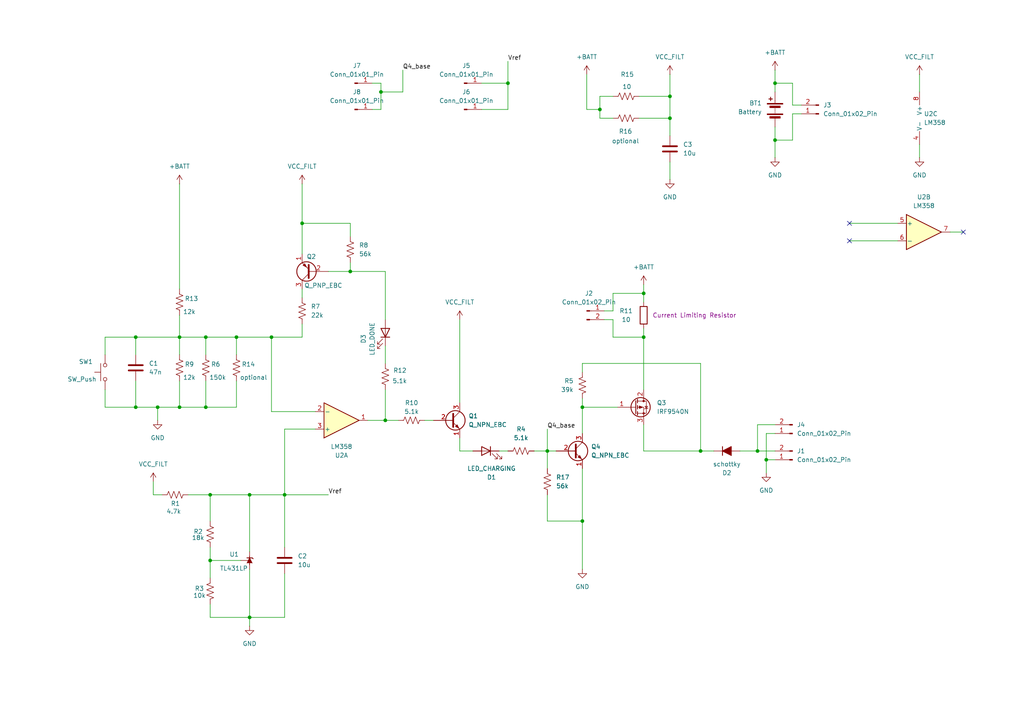
<source format=kicad_sch>
(kicad_sch (version 20231120) (generator "eeschema") (generator_version "8.0")
  (paper "A4")
  (lib_symbols
    (symbol "Amplifier_Operational:LM358" (pin_names (offset 0.127))
      (property "Reference" "U" (at 0 5.08 0))
      (property "Value" "LM358" (at 0 -5.08 0))
      (symbol "LM358_1_1"
        (polyline (pts (xy -5.08 5.08) (xy 5.08 0) (xy -5.08 -5.08) (xy -5.08 5.08)) (stroke (width 0.254)) (fill (type background)))
        (pin output line (at 7.62 0 180) (length 2.54) (name "~") (number "1"))
        (pin input line (at -7.62 -2.54 0) (length 2.54) (name "-") (number "2"))
        (pin input line (at -7.62 2.54 0) (length 2.54) (name "+") (number "3"))
      )
      (symbol "LM358_2_1"
        (polyline (pts (xy -5.08 5.08) (xy 5.08 0) (xy -5.08 -5.08) (xy -5.08 5.08)) (stroke (width 0.254)) (fill (type background)))
        (pin input line (at -7.62 2.54 0) (length 2.54) (name "+") (number "5"))
        (pin input line (at -7.62 -2.54 0) (length 2.54) (name "-") (number "6"))
        (pin output line (at 7.62 0 180) (length 2.54) (name "~") (number "7"))
      )
      (symbol "LM358_3_1"
        (pin power_in line (at -2.54 -7.62 90) (length 3.81) (name "V-") (number "4"))
        (pin power_in line (at -2.54 7.62 270) (length 3.81) (name "V+") (number "8"))
      )
    )
    (symbol "Connector:Conn_01x01_Pin" (pin_names (offset 1.016) hide)
      (property "Reference" "J" (at 0 2.54 0))
      (property "Value" "Conn_01x01_Pin" (at 0 -2.54 0))
      (symbol "Conn_01x01_Pin_1_1"
        (polyline (pts (xy 1.27 0) (xy 0.8636 0)) (stroke (width 0.1524)))
        (rectangle (start 0.8636 0.127) (end 0 -0.127) (stroke (width 0.1524)) (fill (type outline)))
        (pin passive line (at 5.08 0 180) (length 3.81) (name "Pin_1") (number "1"))
      )
    )
    (symbol "Connector:Conn_01x02_Pin" (pin_names (offset 1.016) hide)
      (property "Reference" "J" (at 0 2.54 0))
      (property "Value" "Conn_01x02_Pin" (at 0 -5.08 0))
      (symbol "Conn_01x02_Pin_1_1"
        (polyline (pts (xy 1.27 -2.54) (xy 0.8636 -2.54)) (stroke (width 0.1524)))
        (polyline (pts (xy 1.27 0) (xy 0.8636 0)) (stroke (width 0.1524)))
        (rectangle (start 0.8636 -2.413) (end 0 -2.667) (stroke (width 0.1524)) (fill (type outline)))
        (rectangle (start 0.8636 0.127) (end 0 -0.127) (stroke (width 0.1524)) (fill (type outline)))
        (pin passive line (at 5.08 0 180) (length 3.81) (name "Pin_1") (number "1"))
        (pin passive line (at 5.08 -2.54 180) (length 3.81) (name "Pin_2") (number "2"))
      )
    )
    (symbol "Device:Battery" (pin_numbers hide) (pin_names (offset 0) hide)
      (property "Reference" "BT" (at 2.54 2.54 0))
      (property "Value" "Battery" (at 2.54 0 0))
      (symbol "Battery_0_1"
        (rectangle (start -2.286 -1.27) (end 2.286 -1.524) (fill (type outline)))
        (rectangle (start -2.286 1.778) (end 2.286 1.524) (fill (type outline)))
        (rectangle (start -1.524 -2.032) (end 1.524 -2.54) (fill (type outline)))
        (rectangle (start -1.524 1.016) (end 1.524 0.508) (fill (type outline)))
        (polyline (pts (xy 0 -1.016) (xy 0 -0.762)))
        (polyline (pts (xy 0 -0.508) (xy 0 -0.254)))
        (polyline (pts (xy 0 0) (xy 0 0.254)))
        (polyline (pts (xy 0 1.778) (xy 0 2.54)))
        (polyline (pts (xy 0.762 3.048) (xy 1.778 3.048)) (stroke (width 0.254)))
        (polyline (pts (xy 1.27 3.556) (xy 1.27 2.54)) (stroke (width 0.254)))
      )
      (symbol "Battery_1_1"
        (pin passive line (at 0 5.08 270) (length 2.54) (name "+") (number "1"))
        (pin passive line (at 0 -5.08 90) (length 2.54) (name "-") (number "2"))
      )
    )
    (symbol "Device:C" (pin_numbers hide) (pin_names (offset 0.254))
      (property "Reference" "C" (at 0.635 2.54 0))
      (property "Value" "C" (at 0.635 -2.54 0))
      (symbol "C_0_1"
        (polyline (pts (xy -2.032 -0.762) (xy 2.032 -0.762)) (stroke (width 0.508)))
        (polyline (pts (xy -2.032 0.762) (xy 2.032 0.762)) (stroke (width 0.508)))
      )
      (symbol "C_1_1"
        (pin passive line (at 0 3.81 270) (length 2.794) (name "~") (number "1"))
        (pin passive line (at 0 -3.81 90) (length 2.794) (name "~") (number "2"))
      )
    )
    (symbol "Device:D_Filled" (pin_numbers hide) (pin_names (offset 1.016) hide)
      (property "Reference" "D" (at 0 2.54 0))
      (property "Value" "D_Filled" (at 0 -2.54 0))
      (symbol "D_Filled_0_1"
        (polyline (pts (xy -1.27 1.27) (xy -1.27 -1.27)) (stroke (width 0.254)))
        (polyline (pts (xy 1.27 0) (xy -1.27 0)))
        (polyline (pts (xy 1.27 1.27) (xy 1.27 -1.27) (xy -1.27 0) (xy 1.27 1.27)) (stroke (width 0.254)) (fill (type outline)))
      )
      (symbol "D_Filled_1_1"
        (pin passive line (at -3.81 0 0) (length 2.54) (name "K") (number "1"))
        (pin passive line (at 3.81 0 180) (length 2.54) (name "A") (number "2"))
      )
    )
    (symbol "Device:LED" (pin_numbers hide) (pin_names (offset 1.016) hide)
      (property "Reference" "D" (at 0 2.54 0))
      (property "Value" "LED" (at 0 -2.54 0))
      (symbol "LED_0_1"
        (polyline (pts (xy -1.27 -1.27) (xy -1.27 1.27)) (stroke (width 0.254)))
        (polyline (pts (xy -1.27 0) (xy 1.27 0)))
        (polyline (pts (xy 1.27 -1.27) (xy 1.27 1.27) (xy -1.27 0) (xy 1.27 -1.27)) (stroke (width 0.254)))
        (polyline (pts (xy -3.048 -0.762) (xy -4.572 -2.286) (xy -3.81 -2.286) (xy -4.572 -2.286) (xy -4.572 -1.524)))
        (polyline (pts (xy -1.778 -0.762) (xy -3.302 -2.286) (xy -2.54 -2.286) (xy -3.302 -2.286) (xy -3.302 -1.524)))
      )
      (symbol "LED_1_1"
        (pin passive line (at -3.81 0 0) (length 2.54) (name "K") (number "1"))
        (pin passive line (at 3.81 0 180) (length 2.54) (name "A") (number "2"))
      )
    )
    (symbol "Device:Q_NPN_EBC" (pin_names (offset 0) hide)
      (property "Reference" "Q" (at 5.08 1.27 0))
      (property "Value" "Q_NPN_EBC" (at 5.08 -1.27 0))
      (symbol "Q_NPN_EBC_0_1"
        (polyline (pts (xy 0.635 0.635) (xy 2.54 2.54)))
        (polyline (pts (xy 0.635 -0.635) (xy 2.54 -2.54) (xy 2.54 -2.54)))
        (polyline (pts (xy 0.635 1.905) (xy 0.635 -1.905) (xy 0.635 -1.905)) (stroke (width 0.508)))
        (polyline (pts (xy 1.27 -1.778) (xy 1.778 -1.27) (xy 2.286 -2.286) (xy 1.27 -1.778) (xy 1.27 -1.778)) (fill (type outline)))
        (circle (center 1.27 0) (radius 2.8194) (stroke (width 0.254)))
      )
      (symbol "Q_NPN_EBC_1_1"
        (pin passive line (at 2.54 -5.08 90) (length 2.54) (name "E") (number "1"))
        (pin passive line (at -5.08 0 0) (length 5.715) (name "B") (number "2"))
        (pin passive line (at 2.54 5.08 270) (length 2.54) (name "C") (number "3"))
      )
    )
    (symbol "Device:Q_PNP_EBC" (pin_names (offset 0) hide)
      (property "Reference" "Q" (at 5.08 1.27 0))
      (property "Value" "Q_PNP_EBC" (at 5.08 -1.27 0))
      (symbol "Q_PNP_EBC_0_1"
        (polyline (pts (xy 0.635 0.635) (xy 2.54 2.54)))
        (polyline (pts (xy 0.635 -0.635) (xy 2.54 -2.54) (xy 2.54 -2.54)))
        (polyline (pts (xy 0.635 1.905) (xy 0.635 -1.905) (xy 0.635 -1.905)) (stroke (width 0.508)))
        (polyline (pts (xy 2.286 -1.778) (xy 1.778 -2.286) (xy 1.27 -1.27) (xy 2.286 -1.778) (xy 2.286 -1.778)) (fill (type outline)))
        (circle (center 1.27 0) (radius 2.8194) (stroke (width 0.254)))
      )
      (symbol "Q_PNP_EBC_1_1"
        (pin passive line (at 2.54 -5.08 90) (length 2.54) (name "E") (number "1"))
        (pin input line (at -5.08 0 0) (length 5.715) (name "B") (number "2"))
        (pin passive line (at 2.54 5.08 270) (length 2.54) (name "C") (number "3"))
      )
    )
    (symbol "Device:R" (pin_numbers hide) (pin_names (offset 0))
      (property "Reference" "R" (at 2.032 0 90))
      (property "Value" "R" (at 0 0 90))
      (symbol "R_0_1"
        (rectangle (start -1.016 -2.54) (end 1.016 2.54) (stroke (width 0.254)))
      )
      (symbol "R_1_1"
        (pin passive line (at 0 3.81 270) (length 1.27) (name "~") (number "1"))
        (pin passive line (at 0 -3.81 90) (length 1.27) (name "~") (number "2"))
      )
    )
    (symbol "Device:R_US" (pin_numbers hide) (pin_names (offset 0))
      (property "Reference" "R" (at 2.54 0 90))
      (property "Value" "R_US" (at -2.54 0 90))
      (symbol "R_US_0_1"
        (polyline (pts (xy 0 -2.286) (xy 0 -2.54)))
        (polyline (pts (xy 0 2.286) (xy 0 2.54)))
        (polyline (pts (xy 0 -0.762) (xy 1.016 -1.143) (xy 0 -1.524) (xy -1.016 -1.905) (xy 0 -2.286)))
        (polyline (pts (xy 0 0.762) (xy 1.016 0.381) (xy 0 0) (xy -1.016 -0.381) (xy 0 -0.762)))
        (polyline (pts (xy 0 2.286) (xy 1.016 1.905) (xy 0 1.524) (xy -1.016 1.143) (xy 0 0.762)))
      )
      (symbol "R_US_1_1"
        (pin passive line (at 0 3.81 270) (length 1.27) (name "~") (number "1"))
        (pin passive line (at 0 -3.81 90) (length 1.27) (name "~") (number "2"))
      )
    )
    (symbol "Reference_Voltage:TL431LP" (pin_numbers hide) (pin_names hide)
      (property "Reference" "U" (at -2.54 2.54 0))
      (property "Value" "TL431LP" (at 0 -2.54 0))
      (symbol "TL431LP_0_1"
        (polyline (pts (xy -1.27 0) (xy 0 0) (xy 1.27 0)))
        (polyline (pts (xy -0.762 0.762) (xy 0.762 0) (xy -0.762 -0.762)) (fill (type outline)))
        (polyline (pts (xy 0.508 -1.016) (xy 0.762 -0.762) (xy 0.762 0.762) (xy 0.762 0.762)) (stroke (width 0.254)))
      )
      (symbol "TL431LP_1_1"
        (pin passive line (at 0 2.54 270) (length 2.54) (name "REF") (number "1"))
        (pin passive line (at -2.54 0 0) (length 2.54) (name "A") (number "2"))
        (pin passive line (at 2.54 0 180) (length 2.54) (name "K") (number "3"))
      )
    )
    (symbol "Switch:SW_Push" (pin_numbers hide) (pin_names (offset 1.016) hide)
      (property "Reference" "SW" (at 1.27 2.54 0))
      (property "Value" "SW_Push" (at 0 -1.524 0))
      (symbol "SW_Push_0_1"
        (circle (center -2.032 0) (radius 0.508))
        (polyline (pts (xy 0 1.27) (xy 0 3.048)))
        (polyline (pts (xy 2.54 1.27) (xy -2.54 1.27)))
        (circle (center 2.032 0) (radius 0.508))
        (pin passive line (at -5.08 0 0) (length 2.54) (name "1") (number "1"))
        (pin passive line (at 5.08 0 180) (length 2.54) (name "2") (number "2"))
      )
    )
    (symbol "Transistor_FET:IRF9540N" (pin_names hide)
      (property "Reference" "Q" (at 5.08 1.905 0))
      (property "Value" "IRF9540N" (at 5.08 0 0))
      (symbol "IRF9540N_0_1"
        (polyline (pts (xy 0.254 0) (xy -2.54 0)))
        (polyline (pts (xy 0.254 1.905) (xy 0.254 -1.905)) (stroke (width 0.254)))
        (polyline (pts (xy 0.762 -1.27) (xy 0.762 -2.286)) (stroke (width 0.254)))
        (polyline (pts (xy 0.762 0.508) (xy 0.762 -0.508)) (stroke (width 0.254)))
        (polyline (pts (xy 0.762 2.286) (xy 0.762 1.27)) (stroke (width 0.254)))
        (polyline (pts (xy 2.54 2.54) (xy 2.54 1.778)))
        (polyline (pts (xy 2.54 -2.54) (xy 2.54 0) (xy 0.762 0)))
        (polyline (pts (xy 0.762 1.778) (xy 3.302 1.778) (xy 3.302 -1.778) (xy 0.762 -1.778)))
        (polyline (pts (xy 2.286 0) (xy 1.27 0.381) (xy 1.27 -0.381) (xy 2.286 0)) (fill (type outline)))
        (polyline (pts (xy 2.794 -0.508) (xy 2.921 -0.381) (xy 3.683 -0.381) (xy 3.81 -0.254)))
        (polyline (pts (xy 3.302 -0.381) (xy 2.921 0.254) (xy 3.683 0.254) (xy 3.302 -0.381)))
        (circle (center 1.651 0) (radius 2.794) (stroke (width 0.254)))
        (circle (center 2.54 -1.778) (radius 0.254) (fill (type outline)))
        (circle (center 2.54 1.778) (radius 0.254) (fill (type outline)))
      )
      (symbol "IRF9540N_1_1"
        (pin input line (at -5.08 0 0) (length 2.54) (name "G") (number "1"))
        (pin passive line (at 2.54 5.08 270) (length 2.54) (name "D") (number "2"))
        (pin passive line (at 2.54 -5.08 90) (length 2.54) (name "S") (number "3"))
      )
    )
    (symbol "power:+BATT" (power) (pin_numbers hide) (pin_names (offset 0) hide)
      (property "Value" "+BATT" (at 0 3.556 0))
      (symbol "+BATT_0_1"
        (polyline (pts (xy -0.762 1.27) (xy 0 2.54)))
        (polyline (pts (xy 0 0) (xy 0 2.54)))
        (polyline (pts (xy 0 2.54) (xy 0.762 1.27)))
      )
      (symbol "+BATT_1_1"
        (pin power_in line (at 0 0 90) (length 0) (name "~") (number "1"))
      )
    )
    (symbol "power:GND" (power) (pin_numbers hide) (pin_names (offset 0) hide)
      (property "Value" "GND" (at 0 -3.81 0))
      (symbol "GND_0_1"
        (polyline (pts (xy 0 0) (xy 0 -1.27) (xy 1.27 -1.27) (xy 0 -2.54) (xy -1.27 -1.27) (xy 0 -1.27)))
      )
      (symbol "GND_1_1"
        (pin power_in line (at 0 0 270) (length 0) (name "~") (number "1"))
      )
    )
  )
  (junction (at 224.79 40.64))
  (junction (at 186.69 85.09))
  (junction (at 87.63 64.77))
  (junction (at 101.6 78.74))
  (junction (at 45.72 118.11))
  (junction (at 158.75 130.81))
  (junction (at 68.58 97.79))
  (junction (at 60.96 162.56))
  (junction (at 59.69 97.79))
  (junction (at 72.39 179.07))
  (junction (at 186.69 97.79))
  (junction (at 222.25 133.35))
  (junction (at 194.31 34.29))
  (junction (at 219.71 130.81))
  (junction (at 110.49 26.67))
  (junction (at 224.79 24.13))
  (junction (at 82.55 143.51))
  (junction (at 168.91 151.13))
  (junction (at 194.31 27.94))
  (junction (at 60.96 143.51))
  (junction (at 173.99 31.75))
  (junction (at 78.74 97.79))
  (junction (at 111.76 121.92))
  (junction (at 72.39 143.51))
  (junction (at 168.91 118.11))
  (junction (at 39.37 118.11))
  (junction (at 147.32 24.13))
  (junction (at 52.07 97.79))
  (junction (at 59.69 118.11))
  (junction (at 52.07 118.11))
  (junction (at 39.37 97.79))
  (junction (at 203.2 130.81))
  (no_connect (at 279.4 67.31))
  (no_connect (at 246.38 69.85))
  (no_connect (at 246.38 64.77))
  (wire (pts (xy 186.69 85.09) (xy 186.69 87.63)))
  (wire (pts (xy 177.8 92.71) (xy 177.8 97.79)))
  (wire (pts (xy 91.44 124.46) (xy 82.55 124.46)))
  (wire (pts (xy 246.38 69.85) (xy 260.35 69.85)))
  (wire (pts (xy 82.55 143.51) (xy 95.25 143.51)))
  (wire (pts (xy 111.76 105.41) (xy 111.76 100.33)))
  (wire (pts (xy 179.07 118.11) (xy 168.91 118.11)))
  (wire (pts (xy 101.6 64.77) (xy 87.63 64.77)))
  (wire (pts (xy 111.76 121.92) (xy 115.57 121.92)))
  (wire (pts (xy 158.75 130.81) (xy 158.75 135.89)))
  (wire (pts (xy 133.35 127) (xy 133.35 130.81)))
  (wire (pts (xy 45.72 118.11) (xy 45.72 121.92)))
  (wire (pts (xy 232.41 33.02) (xy 229.87 33.02)))
  (wire (pts (xy 39.37 110.49) (xy 39.37 118.11)))
  (wire (pts (xy 139.7 31.75) (xy 147.32 31.75)))
  (wire (pts (xy 173.99 27.94) (xy 173.99 31.75)))
  (wire (pts (xy 82.55 124.46) (xy 82.55 143.51)))
  (wire (pts (xy 177.8 85.09) (xy 186.69 85.09)))
  (wire (pts (xy 266.7 21.59) (xy 266.7 26.67)))
  (wire (pts (xy 95.25 78.74) (xy 101.6 78.74)))
  (wire (pts (xy 175.26 92.71) (xy 177.8 92.71)))
  (wire (pts (xy 52.07 110.49) (xy 52.07 118.11)))
  (wire (pts (xy 185.42 27.94) (xy 194.31 27.94)))
  (wire (pts (xy 111.76 113.03) (xy 111.76 121.92)))
  (wire (pts (xy 173.99 34.29) (xy 177.8 34.29)))
  (wire (pts (xy 177.8 27.94) (xy 173.99 27.94)))
  (wire (pts (xy 170.18 31.75) (xy 173.99 31.75)))
  (wire (pts (xy 82.55 158.75) (xy 82.55 143.51)))
  (wire (pts (xy 59.69 118.11) (xy 52.07 118.11)))
  (wire (pts (xy 60.96 175.26) (xy 60.96 179.07)))
  (wire (pts (xy 139.7 24.13) (xy 147.32 24.13)))
  (wire (pts (xy 194.31 34.29) (xy 194.31 39.37)))
  (wire (pts (xy 45.72 118.11) (xy 52.07 118.11)))
  (wire (pts (xy 111.76 92.71) (xy 111.76 78.74)))
  (wire (pts (xy 147.32 31.75) (xy 147.32 24.13)))
  (wire (pts (xy 72.39 181.61) (xy 72.39 179.07)))
  (wire (pts (xy 158.75 130.81) (xy 161.29 130.81)))
  (wire (pts (xy 194.31 21.59) (xy 194.31 27.94)))
  (wire (pts (xy 224.79 24.13) (xy 224.79 26.67)))
  (wire (pts (xy 266.7 41.91) (xy 266.7 45.72)))
  (wire (pts (xy 82.55 166.37) (xy 82.55 179.07)))
  (wire (pts (xy 229.87 40.64) (xy 224.79 40.64)))
  (wire (pts (xy 87.63 93.98) (xy 87.63 97.79)))
  (wire (pts (xy 229.87 24.13) (xy 224.79 24.13)))
  (wire (pts (xy 186.69 82.55) (xy 186.69 85.09)))
  (wire (pts (xy 60.96 143.51) (xy 60.96 151.13)))
  (wire (pts (xy 87.63 83.82) (xy 87.63 86.36)))
  (wire (pts (xy 72.39 160.02) (xy 72.39 143.51)))
  (wire (pts (xy 194.31 46.99) (xy 194.31 52.07)))
  (wire (pts (xy 60.96 158.75) (xy 60.96 162.56)))
  (wire (pts (xy 173.99 31.75) (xy 173.99 34.29)))
  (wire (pts (xy 110.49 26.67) (xy 110.49 31.75)))
  (wire (pts (xy 168.91 105.41) (xy 203.2 105.41)))
  (wire (pts (xy 168.91 118.11) (xy 168.91 125.73)))
  (wire (pts (xy 39.37 118.11) (xy 45.72 118.11)))
  (wire (pts (xy 72.39 165.1) (xy 72.39 179.07)))
  (wire (pts (xy 186.69 97.79) (xy 186.69 113.03)))
  (wire (pts (xy 110.49 31.75) (xy 107.95 31.75)))
  (wire (pts (xy 44.45 143.51) (xy 44.45 139.7)))
  (wire (pts (xy 82.55 179.07) (xy 72.39 179.07)))
  (wire (pts (xy 30.48 97.79) (xy 30.48 102.87)))
  (wire (pts (xy 30.48 113.03) (xy 30.48 118.11)))
  (wire (pts (xy 107.95 24.13) (xy 110.49 24.13)))
  (wire (pts (xy 116.84 20.32) (xy 116.84 26.67)))
  (wire (pts (xy 170.18 21.59) (xy 170.18 31.75)))
  (wire (pts (xy 177.8 90.17) (xy 177.8 85.09)))
  (wire (pts (xy 194.31 27.94) (xy 194.31 34.29)))
  (wire (pts (xy 219.71 130.81) (xy 224.79 130.81)))
  (wire (pts (xy 30.48 118.11) (xy 39.37 118.11)))
  (wire (pts (xy 110.49 26.67) (xy 116.84 26.67)))
  (wire (pts (xy 54.61 143.51) (xy 60.96 143.51)))
  (wire (pts (xy 52.07 53.34) (xy 52.07 83.82)))
  (wire (pts (xy 168.91 135.89) (xy 168.91 151.13)))
  (wire (pts (xy 68.58 97.79) (xy 59.69 97.79)))
  (wire (pts (xy 68.58 118.11) (xy 59.69 118.11)))
  (wire (pts (xy 87.63 97.79) (xy 78.74 97.79)))
  (wire (pts (xy 203.2 105.41) (xy 203.2 130.81)))
  (wire (pts (xy 232.41 30.48) (xy 229.87 30.48)))
  (wire (pts (xy 224.79 36.83) (xy 224.79 40.64)))
  (wire (pts (xy 177.8 97.79) (xy 186.69 97.79)))
  (wire (pts (xy 168.91 107.95) (xy 168.91 105.41)))
  (wire (pts (xy 229.87 33.02) (xy 229.87 40.64)))
  (wire (pts (xy 214.63 130.81) (xy 219.71 130.81)))
  (wire (pts (xy 72.39 143.51) (xy 60.96 143.51)))
  (wire (pts (xy 275.59 67.31) (xy 279.4 67.31)))
  (wire (pts (xy 101.6 64.77) (xy 101.6 68.58)))
  (wire (pts (xy 229.87 30.48) (xy 229.87 24.13)))
  (wire (pts (xy 133.35 130.81) (xy 137.16 130.81)))
  (wire (pts (xy 59.69 97.79) (xy 52.07 97.79)))
  (wire (pts (xy 78.74 119.38) (xy 78.74 97.79)))
  (wire (pts (xy 175.26 90.17) (xy 177.8 90.17)))
  (wire (pts (xy 222.25 133.35) (xy 224.79 133.35)))
  (wire (pts (xy 219.71 123.19) (xy 219.71 130.81)))
  (wire (pts (xy 224.79 40.64) (xy 224.79 45.72)))
  (wire (pts (xy 168.91 115.57) (xy 168.91 118.11)))
  (wire (pts (xy 203.2 130.81) (xy 207.01 130.81)))
  (wire (pts (xy 158.75 124.46) (xy 158.75 130.81)))
  (wire (pts (xy 52.07 97.79) (xy 52.07 102.87)))
  (wire (pts (xy 224.79 125.73) (xy 222.25 125.73)))
  (wire (pts (xy 222.25 137.16) (xy 222.25 133.35)))
  (wire (pts (xy 60.96 162.56) (xy 69.85 162.56)))
  (wire (pts (xy 68.58 110.49) (xy 68.58 118.11)))
  (wire (pts (xy 224.79 123.19) (xy 219.71 123.19)))
  (wire (pts (xy 78.74 97.79) (xy 68.58 97.79)))
  (wire (pts (xy 68.58 97.79) (xy 68.58 102.87)))
  (wire (pts (xy 82.55 143.51) (xy 72.39 143.51)))
  (wire (pts (xy 91.44 119.38) (xy 78.74 119.38)))
  (wire (pts (xy 52.07 91.44) (xy 52.07 97.79)))
  (wire (pts (xy 144.78 130.81) (xy 147.32 130.81)))
  (wire (pts (xy 186.69 130.81) (xy 203.2 130.81)))
  (wire (pts (xy 168.91 151.13) (xy 168.91 165.1)))
  (wire (pts (xy 39.37 97.79) (xy 39.37 102.87)))
  (wire (pts (xy 154.94 130.81) (xy 158.75 130.81)))
  (wire (pts (xy 111.76 78.74) (xy 101.6 78.74)))
  (wire (pts (xy 39.37 97.79) (xy 52.07 97.79)))
  (wire (pts (xy 123.19 121.92) (xy 125.73 121.92)))
  (wire (pts (xy 147.32 24.13) (xy 147.32 17.78)))
  (wire (pts (xy 110.49 24.13) (xy 110.49 26.67)))
  (wire (pts (xy 30.48 97.79) (xy 39.37 97.79)))
  (wire (pts (xy 101.6 76.2) (xy 101.6 78.74)))
  (wire (pts (xy 186.69 130.81) (xy 186.69 123.19)))
  (wire (pts (xy 87.63 64.77) (xy 87.63 73.66)))
  (wire (pts (xy 158.75 151.13) (xy 168.91 151.13)))
  (wire (pts (xy 224.79 20.32) (xy 224.79 24.13)))
  (wire (pts (xy 46.99 143.51) (xy 44.45 143.51)))
  (wire (pts (xy 59.69 110.49) (xy 59.69 118.11)))
  (wire (pts (xy 60.96 162.56) (xy 60.96 167.64)))
  (wire (pts (xy 246.38 64.77) (xy 260.35 64.77)))
  (wire (pts (xy 59.69 97.79) (xy 59.69 102.87)))
  (wire (pts (xy 133.35 92.71) (xy 133.35 116.84)))
  (wire (pts (xy 222.25 125.73) (xy 222.25 133.35)))
  (wire (pts (xy 186.69 95.25) (xy 186.69 97.79)))
  (wire (pts (xy 185.42 34.29) (xy 194.31 34.29)))
  (wire (pts (xy 106.68 121.92) (xy 111.76 121.92)))
  (wire (pts (xy 87.63 53.34) (xy 87.63 64.77)))
  (wire (pts (xy 72.39 179.07) (xy 60.96 179.07)))
  (wire (pts (xy 158.75 143.51) (xy 158.75 151.13)))
  (label "Q4_base" (at 116.84 20.32 0))
  (label "Vref" (at 147.32 17.78 0))
  (label "Q4_base" (at 158.75 124.46 0))
  (label "Vref" (at 95.25 143.51 0))
  (symbol (lib_id "Connector:Conn_01x02_Pin") (at 170.18 90.17 0) (unit 1)
    (property "Reference" "J2" (at 170.815 85.09 0))
    (property "Value" "Conn_01x02_Pin" (at 170.815 87.63 0))
    (property "Footprint" "TestPoint:TestPoint_2Pads_Pitch5.08mm_Drill1.3mm" (effects (hide yes)))
    (property "Description" "Generic connector, single row, 01x02, script generated" (effects (hide yes)))
  )
  (symbol (lib_id "power:GND") (at 72.39 181.61 0) (unit 1)
    (property "Reference" "#PWR05" (effects (hide yes)))
    (property "Value" "GND" (at 72.39 186.69 0))
    (property "Description" "Power symbol creates a global label with name \"GND\" , ground" (effects (hide yes)))
  )
  (symbol (lib_id "Switch:SW_Push") (at 30.48 107.95 90) (unit 1)
    (property "Reference" "SW1" (at 22.86 104.902 90) (effects (justify right)))
    (property "Value" "SW_Push" (at 19.558 109.982 90) (effects (justify right)))
    (property "Footprint" "User_Library:SW_Push" (effects (hide yes)))
    (property "Description" "Push button switch, generic, two pins" (effects (hide yes)))
  )
  (symbol (lib_id "Device:R_US") (at 59.69 106.68 0) (unit 1)
    (property "Reference" "R6" (at 61.214 105.664 0) (effects (justify left)))
    (property "Value" "150k" (at 60.706 109.474 0) (effects (justify left)))
    (property "Footprint" "Resistor_THT:R_Axial_DIN0207_L6.3mm_D2.5mm_P7.62mm_Horizontal" (effects (hide yes)))
    (property "Description" "Resistor, US symbol" (effects (hide yes)))
  )
  (symbol (lib_id "Connector:Conn_01x01_Pin") (at 102.87 31.75 0) (unit 1)
    (property "Reference" "J8" (at 103.505 26.67 0))
    (property "Value" "Conn_01x01_Pin" (at 103.505 29.21 0))
    (property "Footprint" "Connector_Wire:SolderWire-0.1sqmm_1x01_D0.4mm_OD1mm" (effects (hide yes)))
    (property "Description" "Generic connector, single row, 01x01, script generated" (effects (hide yes)))
  )
  (symbol (lib_id "Device:LED") (at 111.76 96.52 270) (mirror x) (unit 1)
    (property "Reference" "D3" (at 105.41 98.298 0))
    (property "Value" "LED_DONE" (at 107.95 98.298 0))
    (property "Footprint" "LED_THT:LED_D5.0mm_Clear" (effects (hide yes)))
    (property "Description" "Light emitting diode" (effects (hide yes)))
  )
  (symbol (lib_id "Device:R_US") (at 52.07 106.68 0) (unit 1)
    (property "Reference" "R9" (at 53.594 105.664 0) (effects (justify left)))
    (property "Value" "12k" (at 53.086 109.474 0) (effects (justify left)))
    (property "Footprint" "Resistor_THT:R_Axial_DIN0207_L6.3mm_D2.5mm_P7.62mm_Horizontal" (effects (hide yes)))
    (property "Description" "Resistor, US symbol" (effects (hide yes)))
  )
  (symbol (lib_id "power:+BATT") (at 52.07 53.34 0) (unit 1)
    (property "Reference" "#PWR011" (effects (hide yes)))
    (property "Value" "+BATT" (at 52.07 48.26 0))
    (property "Description" "Power symbol creates a global label with name \"+BATT\"" (effects (hide yes)))
  )
  (symbol (lib_id "Connector:Conn_01x02_Pin") (at 237.49 33.02 180) (unit 1)
    (property "Reference" "J3" (at 238.76 30.4799 0) (effects (justify right)))
    (property "Value" "Conn_01x02_Pin" (at 238.76 33.0199 0) (effects (justify right)))
    (property "Footprint" "TestPoint:TestPoint_2Pads_Pitch5.08mm_Drill1.3mm" (effects (hide yes)))
    (property "Description" "Generic connector, single row, 01x02, script generated" (effects (hide yes)))
  )
  (symbol (lib_id "power:+BATT") (at 87.63 53.34 0) (unit 1)
    (property "Reference" "#PWR07" (effects (hide yes)))
    (property "Value" "VCC_FILT" (at 87.63 48.26 0))
    (property "Description" "Power symbol creates a global label with name \"+BATT\"" (effects (hide yes)))
  )
  (symbol (lib_id "Device:C") (at 82.55 162.56 0) (unit 1)
    (property "Reference" "C2" (at 86.36 161.2899 0) (effects (justify left)))
    (property "Value" "10u" (at 86.36 163.8299 0) (effects (justify left)))
    (property "Footprint" "Capacitor_THT:C_Disc_D4.7mm_W2.5mm_P5.00mm" (effects (hide yes)))
    (property "Description" "Unpolarized capacitor" (effects (hide yes)))
  )
  (symbol (lib_id "Device:R_US") (at 119.38 121.92 90) (unit 1)
    (property "Reference" "R10" (at 119.38 116.84 90))
    (property "Value" "5.1k" (at 119.38 119.38 90))
    (property "Footprint" "Resistor_THT:R_Axial_DIN0207_L6.3mm_D2.5mm_P10.16mm_Horizontal" (effects (hide yes)))
    (property "Description" "Resistor, US symbol" (effects (hide yes)))
  )
  (symbol (lib_id "Device:Q_PNP_EBC") (at 90.17 78.74 180) (unit 1)
    (property "Reference" "Q2" (at 91.694 74.422 0) (effects (justify left)))
    (property "Value" "Q_PNP_EBC" (at 99.314 82.804 0) (effects (justify left)))
    (property "Footprint" "Package_TO_SOT_THT:TO-92L_Inline_Wide" (effects (hide yes)))
    (property "Description" "PNP transistor, emitter/base/collector" (effects (hide yes)))
  )
  (symbol (lib_id "Amplifier_Operational:LM358") (at 267.97 67.31 0) (unit 2)
    (property "Reference" "U2" (at 267.97 57.15 0))
    (property "Value" "LM358" (at 267.97 59.69 0))
    (property "Footprint" "Package_DIP:DIP-8_W7.62mm_LongPads" (effects (hide yes)))
    (property "Datasheet" "http://www.ti.com/lit/ds/symlink/lm2904-n.pdf" (effects (hide yes)))
    (property "Description" "Low-Power, Dual Operational Amplifiers, DIP-8/SOIC-8/TO-99-8" (effects (hide yes)))
  )
  (symbol (lib_id "Connector:Conn_01x02_Pin") (at 229.87 125.73 180) (unit 1)
    (property "Reference" "J4" (at 231.14 123.1899 0) (effects (justify right)))
    (property "Value" "Conn_01x02_Pin" (at 231.14 125.7299 0) (effects (justify right)))
    (property "Footprint" "TestPoint:TestPoint_2Pads_Pitch5.08mm_Drill1.3mm" (effects (hide yes)))
    (property "Description" "Generic connector, single row, 01x02, script generated" (effects (hide yes)))
  )
  (symbol (lib_id "Device:R_US") (at 87.63 90.17 0) (unit 1)
    (property "Reference" "R7" (at 90.17 88.8999 0) (effects (justify left)))
    (property "Value" "22k" (at 90.17 91.4399 0) (effects (justify left)))
    (property "Footprint" "Resistor_THT:R_Axial_DIN0207_L6.3mm_D2.5mm_P7.62mm_Horizontal" (effects (hide yes)))
    (property "Description" "Resistor, US symbol" (effects (hide yes)))
  )
  (symbol (lib_id "power:GND") (at 224.79 45.72 0) (unit 1)
    (property "Reference" "#PWR01" (effects (hide yes)))
    (property "Value" "GND" (at 224.79 50.8 0))
    (property "Description" "Power symbol creates a global label with name \"GND\" , ground" (effects (hide yes)))
  )
  (symbol (lib_id "Device:R") (at 186.69 91.44 180) (unit 1)
    (property "Reference" "R11" (at 181.61 90.17 0))
    (property "Value" "10" (at 181.61 92.71 0))
    (property "Footprint" "TestPoint:TestPoint_2Pads_Pitch5.08mm_Drill1.3mm" (effects (hide yes)))
    (property "Description" "Current Limiting Resistor" (at 201.422 91.44 0))
  )
  (symbol (lib_id "Device:Q_NPN_EBC") (at 166.37 130.81 0) (unit 1)
    (property "Reference" "Q4" (at 171.45 129.5399 0) (effects (justify left)))
    (property "Value" "Q_NPN_EBC" (at 171.45 132.0799 0) (effects (justify left)))
    (property "Footprint" "Package_TO_SOT_THT:TO-92L_Inline_Wide" (effects (hide yes)))
    (property "Description" "NPN transistor, emitter/base/collector" (effects (hide yes)))
  )
  (symbol (lib_id "power:GND") (at 168.91 165.1 0) (unit 1)
    (property "Reference" "#PWR09" (effects (hide yes)))
    (property "Value" "GND" (at 168.91 170.18 0))
    (property "Description" "Power symbol creates a global label with name \"GND\" , ground" (effects (hide yes)))
  )
  (symbol (lib_id "Device:R_US") (at 181.61 34.29 90) (unit 1)
    (property "Reference" "R16" (at 183.388 38.1 90) (effects (justify left)))
    (property "Value" "optional" (at 185.42 40.894 90) (effects (justify left)))
    (property "Footprint" "Resistor_THT:R_Axial_DIN0207_L6.3mm_D2.5mm_P7.62mm_Horizontal" (effects (hide yes)))
    (property "Description" "Resistor, US symbol" (effects (hide yes)))
  )
  (symbol (lib_id "power:GND") (at 194.31 52.07 0) (unit 1)
    (property "Reference" "#PWR012" (effects (hide yes)))
    (property "Value" "GND" (at 194.31 57.15 0))
    (property "Description" "Power symbol creates a global label with name \"GND\" , ground" (effects (hide yes)))
  )
  (symbol (lib_id "Device:R_US") (at 168.91 111.76 0) (mirror x) (unit 1)
    (property "Reference" "R5" (at 166.37 110.4899 0) (effects (justify right)))
    (property "Value" "39k" (at 166.37 113.0299 0) (effects (justify right)))
    (property "Footprint" "Resistor_THT:R_Axial_DIN0207_L6.3mm_D2.5mm_P7.62mm_Horizontal" (effects (hide yes)))
    (property "Description" "Resistor, US symbol" (effects (hide yes)))
  )
  (symbol (lib_id "Device:R_US") (at 158.75 139.7 0) (unit 1)
    (property "Reference" "R17" (at 161.29 138.4299 0) (effects (justify left)))
    (property "Value" "56k" (at 161.29 140.9699 0) (effects (justify left)))
    (property "Footprint" "Resistor_THT:R_Axial_DIN0207_L6.3mm_D2.5mm_P7.62mm_Horizontal" (effects (hide yes)))
    (property "Description" "Resistor, US symbol" (effects (hide yes)))
  )
  (symbol (lib_id "Device:C") (at 39.37 106.68 0) (unit 1)
    (property "Reference" "C1" (at 43.18 105.4099 0) (effects (justify left)))
    (property "Value" "47n" (at 43.18 107.9499 0) (effects (justify left)))
    (property "Footprint" "Capacitor_THT:C_Disc_D4.7mm_W2.5mm_P5.00mm" (effects (hide yes)))
    (property "Description" "Unpolarized capacitor" (effects (hide yes)))
  )
  (symbol (lib_id "Connector:Conn_01x01_Pin") (at 102.87 24.13 0) (unit 1)
    (property "Reference" "J7" (at 103.505 19.05 0))
    (property "Value" "Conn_01x01_Pin" (at 103.505 21.59 0))
    (property "Footprint" "Connector_Wire:SolderWire-0.1sqmm_1x01_D0.4mm_OD1mm" (effects (hide yes)))
    (property "Description" "Generic connector, single row, 01x01, script generated" (effects (hide yes)))
  )
  (symbol (lib_id "Amplifier_Operational:LM358") (at 99.06 121.92 0) (mirror x) (unit 1)
    (property "Reference" "U2" (at 99.06 132.08 0))
    (property "Value" "LM358" (at 99.06 129.54 0))
    (property "Footprint" "Package_DIP:DIP-8_W7.62mm_LongPads" (effects (hide yes)))
    (property "Datasheet" "http://www.ti.com/lit/ds/symlink/lm2904-n.pdf" (effects (hide yes)))
    (property "Description" "Low-Power, Dual Operational Amplifiers, DIP-8/SOIC-8/TO-99-8" (effects (hide yes)))
  )
  (symbol (lib_id "Connector:Conn_01x02_Pin") (at 229.87 133.35 180) (unit 1)
    (property "Reference" "J1" (at 231.14 130.8099 0) (effects (justify right)))
    (property "Value" "Conn_01x02_Pin" (at 231.14 133.3499 0) (effects (justify right)))
    (property "Footprint" "TestPoint:TestPoint_2Pads_Pitch5.08mm_Drill1.3mm" (effects (hide yes)))
    (property "Description" "Generic connector, single row, 01x02, script generated" (effects (hide yes)))
  )
  (symbol (lib_id "power:+BATT") (at 44.45 139.7 0) (unit 1)
    (property "Reference" "#PWR08" (effects (hide yes)))
    (property "Value" "VCC_FILT" (at 44.45 134.62 0))
    (property "Description" "Power symbol creates a global label with name \"+BATT\"" (effects (hide yes)))
  )
  (symbol (lib_id "Device:R_US") (at 151.13 130.81 90) (unit 1)
    (property "Reference" "R4" (at 151.13 124.46 90))
    (property "Value" "5.1k" (at 151.13 127 90))
    (property "Footprint" "Resistor_THT:R_Axial_DIN0207_L6.3mm_D2.5mm_P7.62mm_Horizontal" (effects (hide yes)))
    (property "Description" "Resistor, US symbol" (effects (hide yes)))
  )
  (symbol (lib_id "power:GND") (at 45.72 121.92 0) (unit 1)
    (property "Reference" "#PWR06" (effects (hide yes)))
    (property "Value" "GND" (at 45.72 127 0))
    (property "Description" "Power symbol creates a global label with name \"GND\" , ground" (effects (hide yes)))
  )
  (symbol (lib_id "Reference_Voltage:TL431LP") (at 72.39 162.56 90) (unit 1)
    (property "Reference" "U1" (at 66.548 160.782 90) (effects (justify right)))
    (property "Value" "TL431LP" (at 63.754 164.846 90) (effects (justify right)))
    (property "Footprint" "Package_TO_SOT_THT:TO-92L_Inline_Wide" (effects (hide yes)))
    (property "Datasheet" "http://www.ti.com/lit/ds/symlink/tl431.pdf" (effects (hide yes)))
    (property "Description" "Shunt Regulator, TO-92" (effects (hide yes)))
  )
  (symbol (lib_id "Connector:Conn_01x01_Pin") (at 134.62 24.13 0) (unit 1)
    (property "Reference" "J5" (at 135.255 19.05 0))
    (property "Value" "Conn_01x01_Pin" (at 135.255 21.59 0))
    (property "Footprint" "Connector_Wire:SolderWire-0.1sqmm_1x01_D0.4mm_OD1mm" (effects (hide yes)))
    (property "Description" "Generic connector, single row, 01x01, script generated" (effects (hide yes)))
  )
  (symbol (lib_id "power:+BATT") (at 194.31 21.59 0) (unit 1)
    (property "Reference" "#PWR013" (effects (hide yes)))
    (property "Value" "VCC_FILT" (at 194.31 16.51 0))
    (property "Description" "Power symbol creates a global label with name \"+BATT\"" (effects (hide yes)))
  )
  (symbol (lib_id "Device:R_US") (at 50.8 143.51 270) (unit 1)
    (property "Reference" "R1" (at 49.53 146.05 90) (effects (justify left)))
    (property "Value" "4.7k" (at 48.26 148.336 90) (effects (justify left)))
    (property "Footprint" "Resistor_THT:R_Axial_DIN0207_L6.3mm_D2.5mm_P7.62mm_Horizontal" (effects (hide yes)))
    (property "Description" "Resistor, US symbol" (effects (hide yes)))
  )
  (symbol (lib_id "Device:R_US") (at 52.07 87.63 0) (unit 1)
    (property "Reference" "R13" (at 53.594 86.614 0) (effects (justify left)))
    (property "Value" "12k" (at 53.086 90.424 0) (effects (justify left)))
    (property "Footprint" "Resistor_THT:R_Axial_DIN0207_L6.3mm_D2.5mm_P7.62mm_Horizontal" (effects (hide yes)))
    (property "Description" "Resistor, US symbol" (effects (hide yes)))
  )
  (symbol (lib_id "power:GND") (at 222.25 137.16 0) (unit 1)
    (property "Reference" "#PWR010" (effects (hide yes)))
    (property "Value" "GND" (at 222.25 142.24 0))
    (property "Description" "Power symbol creates a global label with name \"GND\" , ground" (effects (hide yes)))
  )
  (symbol (lib_id "power:GND") (at 266.7 45.72 0) (unit 1)
    (property "Reference" "#PWR04" (effects (hide yes)))
    (property "Value" "GND" (at 266.7 50.8 0))
    (property "Description" "Power symbol creates a global label with name \"GND\" , ground" (effects (hide yes)))
  )
  (symbol (lib_id "power:+BATT") (at 266.7 21.59 0) (unit 1)
    (property "Reference" "#PWR03" (effects (hide yes)))
    (property "Value" "VCC_FILT" (at 266.7 16.51 0))
    (property "Description" "Power symbol creates a global label with name \"+BATT\"" (effects (hide yes)))
  )
  (symbol (lib_id "Device:C") (at 194.31 43.18 0) (unit 1)
    (property "Reference" "C3" (at 198.12 41.9099 0) (effects (justify left)))
    (property "Value" "10u" (at 198.12 44.4499 0) (effects (justify left)))
    (property "Footprint" "Capacitor_THT:C_Disc_D4.7mm_W2.5mm_P5.00mm" (effects (hide yes)))
    (property "Description" "Unpolarized capacitor" (effects (hide yes)))
  )
  (symbol (lib_id "Device:Q_NPN_EBC") (at 130.81 121.92 0) (unit 1)
    (property "Reference" "Q1" (at 135.89 120.6499 0) (effects (justify left)))
    (property "Value" "Q_NPN_EBC" (at 135.89 123.1899 0) (effects (justify left)))
    (property "Footprint" "Package_TO_SOT_THT:TO-92L_Inline_Wide" (effects (hide yes)))
    (property "Description" "NPN transistor, emitter/base/collector" (effects (hide yes)))
  )
  (symbol (lib_id "power:+BATT") (at 186.69 82.55 0) (unit 1)
    (property "Reference" "#PWR016" (effects (hide yes)))
    (property "Value" "+BATT" (at 186.69 77.47 0))
    (property "Description" "Power symbol creates a global label with name \"+BATT\"" (effects (hide yes)))
  )
  (symbol (lib_id "Connector:Conn_01x01_Pin") (at 134.62 31.75 0) (unit 1)
    (property "Reference" "J6" (at 135.255 26.67 0))
    (property "Value" "Conn_01x01_Pin" (at 135.255 29.21 0))
    (property "Footprint" "Connector_Wire:SolderWire-0.1sqmm_1x01_D0.4mm_OD1mm" (effects (hide yes)))
    (property "Description" "Generic connector, single row, 01x01, script generated" (effects (hide yes)))
  )
  (symbol (lib_id "Device:R_US") (at 60.96 171.45 0) (mirror y) (unit 1)
    (property "Reference" "R3" (at 59.182 170.688 0) (effects (justify left)))
    (property "Value" "10k" (at 59.69 172.72 0) (effects (justify left)))
    (property "Footprint" "Resistor_THT:R_Axial_DIN0207_L6.3mm_D2.5mm_P7.62mm_Horizontal" (effects (hide yes)))
    (property "Description" "Resistor, US symbol" (effects (hide yes)))
  )
  (symbol (lib_id "Device:R_US") (at 181.61 27.94 90) (unit 1)
    (property "Reference" "R15" (at 183.896 21.59 90) (effects (justify left)))
    (property "Value" "10" (at 183.134 25.146 90) (effects (justify left)))
    (property "Footprint" "Resistor_THT:R_Axial_DIN0207_L6.3mm_D2.5mm_P7.62mm_Horizontal" (effects (hide yes)))
    (property "Description" "Resistor, US symbol" (effects (hide yes)))
  )
  (symbol (lib_id "Device:D_Filled") (at 210.82 130.81 0) (mirror x) (unit 1)
    (property "Reference" "D2" (at 210.82 137.16 0))
    (property "Value" "schottky" (at 210.82 134.62 0))
    (property "Footprint" "Diode_THT:D_DO-27_P15.24mm_Horizontal" (effects (hide yes)))
    (property "Description" "Diode, filled shape" (effects (hide yes)))
    (property "Sim.Device" "D" (effects (hide yes)))
    (property "Sim.Pins" "1=K 2=A" (effects (hide yes)))
  )
  (symbol (lib_id "Device:R_US") (at 101.6 72.39 0) (unit 1)
    (property "Reference" "R8" (at 104.14 71.1199 0) (effects (justify left)))
    (property "Value" "56k" (at 104.14 73.6599 0) (effects (justify left)))
    (property "Footprint" "Resistor_THT:R_Axial_DIN0207_L6.3mm_D2.5mm_P7.62mm_Horizontal" (effects (hide yes)))
    (property "Description" "Resistor, US symbol" (effects (hide yes)))
  )
  (symbol (lib_id "power:+BATT") (at 133.35 92.71 0) (unit 1)
    (property "Reference" "#PWR015" (effects (hide yes)))
    (property "Value" "VCC_FILT" (at 133.35 87.63 0))
    (property "Description" "Power symbol creates a global label with name \"+BATT\"" (effects (hide yes)))
  )
  (symbol (lib_id "Device:LED") (at 140.97 130.81 0) (mirror y) (unit 1)
    (property "Reference" "D1" (at 142.5575 138.43 0))
    (property "Value" "LED_CHARGING" (at 142.5575 135.89 0))
    (property "Footprint" "LED_THT:LED_D5.0mm_Clear" (effects (hide yes)))
    (property "Description" "Light emitting diode" (effects (hide yes)))
  )
  (symbol (lib_id "Transistor_FET:IRF9540N") (at 184.15 118.11 0) (unit 1)
    (property "Reference" "Q3" (at 190.5 116.8399 0) (effects (justify left)))
    (property "Value" "IRF9540N" (at 190.5 119.3799 0) (effects (justify left)))
    (property "Footprint" "Package_TO_SOT_THT:TO-220-3_Vertical" (effects (hide yes)))
    (property "Datasheet" "http://www.irf.com/product-info/datasheets/data/irf9540n.pdf" (effects (hide yes)))
    (property "Description" "-23A Id, -100V Vds, 117mOhm Rds, P-Channel HEXFET Power MOSFET, TO-220" (effects (hide yes)))
  )
  (symbol (lib_id "Device:R_US") (at 60.96 154.94 0) (unit 1)
    (property "Reference" "R2" (at 56.134 154.178 0) (effects (justify left)))
    (property "Value" "18k" (at 55.626 155.956 0) (effects (justify left)))
    (property "Footprint" "Resistor_THT:R_Axial_DIN0207_L6.3mm_D2.5mm_P7.62mm_Horizontal" (effects (hide yes)))
    (property "Description" "Resistor, US symbol" (effects (hide yes)))
  )
  (symbol (lib_id "Device:R_US") (at 111.76 109.22 180) (unit 1)
    (property "Reference" "R12" (at 114.046 107.442 0) (effects (justify right)))
    (property "Value" "5.1k" (at 113.792 110.49 0) (effects (justify right)))
    (property "Footprint" "Resistor_THT:R_Axial_DIN0207_L6.3mm_D2.5mm_P7.62mm_Horizontal" (effects (hide yes)))
    (property "Description" "Resistor, US symbol" (effects (hide yes)))
  )
  (symbol (lib_id "Device:Battery") (at 224.79 31.75 0) (mirror y) (unit 1)
    (property "Reference" "BT1" (at 220.98 29.9084 0) (effects (justify left)))
    (property "Value" "Battery" (at 220.98 32.4484 0) (effects (justify left)))
    (property "Footprint" "TestPoint:TestPoint_2Pads_Pitch5.08mm_Drill1.3mm" (effects (hide yes)))
    (property "Description" "Multiple-cell battery" (effects (hide yes)))
  )
  (symbol (lib_id "Amplifier_Operational:LM358") (at 269.24 34.29 0) (unit 3)
    (property "Reference" "U2" (at 267.97 33.0199 0) (effects (justify left)))
    (property "Value" "LM358" (at 267.97 35.5599 0) (effects (justify left)))
    (property "Footprint" "Package_DIP:DIP-8_W7.62mm_LongPads" (effects (hide yes)))
    (property "Datasheet" "http://www.ti.com/lit/ds/symlink/lm2904-n.pdf" (effects (hide yes)))
    (property "Description" "Low-Power, Dual Operational Amplifiers, DIP-8/SOIC-8/TO-99-8" (effects (hide yes)))
  )
  (symbol (lib_id "power:+BATT") (at 170.18 21.59 0) (unit 1)
    (property "Reference" "#PWR014" (effects (hide yes)))
    (property "Value" "+BATT" (at 170.18 16.51 0))
    (property "Description" "Power symbol creates a global label with name \"+BATT\"" (effects (hide yes)))
  )
  (symbol (lib_id "power:+BATT") (at 224.79 20.32 0) (unit 1)
    (property "Reference" "#PWR02" (effects (hide yes)))
    (property "Value" "+BATT" (at 224.79 15.24 0))
    (property "Description" "Power symbol creates a global label with name \"+BATT\"" (effects (hide yes)))
  )
  (symbol (lib_id "Device:R_US") (at 68.58 106.68 0) (unit 1)
    (property "Reference" "R14" (at 70.104 105.664 0) (effects (justify left)))
    (property "Value" "optional" (at 69.596 109.474 0) (effects (justify left)))
    (property "Footprint" "Resistor_THT:R_Axial_DIN0207_L6.3mm_D2.5mm_P7.62mm_Horizontal" (effects (hide yes)))
    (property "Description" "Resistor, US symbol" (effects (hide yes)))
  )
)
</source>
